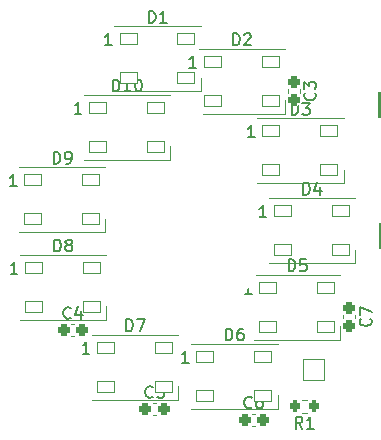
<source format=gbr>
%TF.GenerationSoftware,KiCad,Pcbnew,(6.0.9)*%
%TF.CreationDate,2023-04-01T12:44:57-08:00*%
%TF.ProjectId,FIRE TEST PANEL,46495245-2054-4455-9354-2050414e454c,3*%
%TF.SameCoordinates,Original*%
%TF.FileFunction,Legend,Top*%
%TF.FilePolarity,Positive*%
%FSLAX46Y46*%
G04 Gerber Fmt 4.6, Leading zero omitted, Abs format (unit mm)*
G04 Created by KiCad (PCBNEW (6.0.9)) date 2023-04-01 12:44:57*
%MOMM*%
%LPD*%
G01*
G04 APERTURE LIST*
G04 Aperture macros list*
%AMRoundRect*
0 Rectangle with rounded corners*
0 $1 Rounding radius*
0 $2 $3 $4 $5 $6 $7 $8 $9 X,Y pos of 4 corners*
0 Add a 4 corners polygon primitive as box body*
4,1,4,$2,$3,$4,$5,$6,$7,$8,$9,$2,$3,0*
0 Add four circle primitives for the rounded corners*
1,1,$1+$1,$2,$3*
1,1,$1+$1,$4,$5*
1,1,$1+$1,$6,$7*
1,1,$1+$1,$8,$9*
0 Add four rect primitives between the rounded corners*
20,1,$1+$1,$2,$3,$4,$5,0*
20,1,$1+$1,$4,$5,$6,$7,0*
20,1,$1+$1,$6,$7,$8,$9,0*
20,1,$1+$1,$8,$9,$2,$3,0*%
G04 Aperture macros list end*
%ADD10C,0.150000*%
%ADD11C,0.120000*%
%ADD12RoundRect,0.050000X-0.900000X-0.900000X0.900000X-0.900000X0.900000X0.900000X-0.900000X0.900000X0*%
%ADD13C,1.900000*%
%ADD14RoundRect,0.300001X-1.399999X1.099999X-1.399999X-1.099999X1.399999X-1.099999X1.399999X1.099999X0*%
%ADD15O,3.400000X2.800000*%
%ADD16RoundRect,0.250000X0.200000X0.275000X-0.200000X0.275000X-0.200000X-0.275000X0.200000X-0.275000X0*%
%ADD17RoundRect,0.275000X-0.250000X0.225000X-0.250000X-0.225000X0.250000X-0.225000X0.250000X0.225000X0*%
%ADD18RoundRect,0.275000X-0.225000X-0.250000X0.225000X-0.250000X0.225000X0.250000X-0.225000X0.250000X0*%
%ADD19RoundRect,0.050000X-0.750000X-0.450000X0.750000X-0.450000X0.750000X0.450000X-0.750000X0.450000X0*%
%ADD20C,12.800000*%
%ADD21C,3.672000*%
%ADD22C,4.400000*%
G04 APERTURE END LIST*
D10*
%TO.C,R1*%
X144240333Y-116840380D02*
X143907000Y-116364190D01*
X143668904Y-116840380D02*
X143668904Y-115840380D01*
X144049857Y-115840380D01*
X144145095Y-115888000D01*
X144192714Y-115935619D01*
X144240333Y-116030857D01*
X144240333Y-116173714D01*
X144192714Y-116268952D01*
X144145095Y-116316571D01*
X144049857Y-116364190D01*
X143668904Y-116364190D01*
X145192714Y-116840380D02*
X144621285Y-116840380D01*
X144907000Y-116840380D02*
X144907000Y-115840380D01*
X144811761Y-115983238D01*
X144716523Y-116078476D01*
X144621285Y-116126095D01*
%TO.C,C7*%
X149991142Y-107527666D02*
X150038761Y-107575285D01*
X150086380Y-107718142D01*
X150086380Y-107813380D01*
X150038761Y-107956238D01*
X149943523Y-108051476D01*
X149848285Y-108099095D01*
X149657809Y-108146714D01*
X149514952Y-108146714D01*
X149324476Y-108099095D01*
X149229238Y-108051476D01*
X149134000Y-107956238D01*
X149086380Y-107813380D01*
X149086380Y-107718142D01*
X149134000Y-107575285D01*
X149181619Y-107527666D01*
X149086380Y-107194333D02*
X149086380Y-106527666D01*
X150086380Y-106956238D01*
%TO.C,C6*%
X139947333Y-115035142D02*
X139899714Y-115082761D01*
X139756857Y-115130380D01*
X139661619Y-115130380D01*
X139518761Y-115082761D01*
X139423523Y-114987523D01*
X139375904Y-114892285D01*
X139328285Y-114701809D01*
X139328285Y-114558952D01*
X139375904Y-114368476D01*
X139423523Y-114273238D01*
X139518761Y-114178000D01*
X139661619Y-114130380D01*
X139756857Y-114130380D01*
X139899714Y-114178000D01*
X139947333Y-114225619D01*
X140804476Y-114130380D02*
X140614000Y-114130380D01*
X140518761Y-114178000D01*
X140471142Y-114225619D01*
X140375904Y-114368476D01*
X140328285Y-114558952D01*
X140328285Y-114939904D01*
X140375904Y-115035142D01*
X140423523Y-115082761D01*
X140518761Y-115130380D01*
X140709238Y-115130380D01*
X140804476Y-115082761D01*
X140852095Y-115035142D01*
X140899714Y-114939904D01*
X140899714Y-114701809D01*
X140852095Y-114606571D01*
X140804476Y-114558952D01*
X140709238Y-114511333D01*
X140518761Y-114511333D01*
X140423523Y-114558952D01*
X140375904Y-114606571D01*
X140328285Y-114701809D01*
%TO.C,C5*%
X131550333Y-114136142D02*
X131502714Y-114183761D01*
X131359857Y-114231380D01*
X131264619Y-114231380D01*
X131121761Y-114183761D01*
X131026523Y-114088523D01*
X130978904Y-113993285D01*
X130931285Y-113802809D01*
X130931285Y-113659952D01*
X130978904Y-113469476D01*
X131026523Y-113374238D01*
X131121761Y-113279000D01*
X131264619Y-113231380D01*
X131359857Y-113231380D01*
X131502714Y-113279000D01*
X131550333Y-113326619D01*
X132455095Y-113231380D02*
X131978904Y-113231380D01*
X131931285Y-113707571D01*
X131978904Y-113659952D01*
X132074142Y-113612333D01*
X132312238Y-113612333D01*
X132407476Y-113659952D01*
X132455095Y-113707571D01*
X132502714Y-113802809D01*
X132502714Y-114040904D01*
X132455095Y-114136142D01*
X132407476Y-114183761D01*
X132312238Y-114231380D01*
X132074142Y-114231380D01*
X131978904Y-114183761D01*
X131931285Y-114136142D01*
%TO.C,C4*%
X124618333Y-107446142D02*
X124570714Y-107493761D01*
X124427857Y-107541380D01*
X124332619Y-107541380D01*
X124189761Y-107493761D01*
X124094523Y-107398523D01*
X124046904Y-107303285D01*
X123999285Y-107112809D01*
X123999285Y-106969952D01*
X124046904Y-106779476D01*
X124094523Y-106684238D01*
X124189761Y-106589000D01*
X124332619Y-106541380D01*
X124427857Y-106541380D01*
X124570714Y-106589000D01*
X124618333Y-106636619D01*
X125475476Y-106874714D02*
X125475476Y-107541380D01*
X125237380Y-106493761D02*
X124999285Y-107208047D01*
X125618333Y-107208047D01*
%TO.C,C3*%
X145282142Y-88418866D02*
X145329761Y-88466485D01*
X145377380Y-88609342D01*
X145377380Y-88704580D01*
X145329761Y-88847438D01*
X145234523Y-88942676D01*
X145139285Y-88990295D01*
X144948809Y-89037914D01*
X144805952Y-89037914D01*
X144615476Y-88990295D01*
X144520238Y-88942676D01*
X144425000Y-88847438D01*
X144377380Y-88704580D01*
X144377380Y-88609342D01*
X144425000Y-88466485D01*
X144472619Y-88418866D01*
X144377380Y-88085533D02*
X144377380Y-87466485D01*
X144758333Y-87799819D01*
X144758333Y-87656961D01*
X144805952Y-87561723D01*
X144853571Y-87514104D01*
X144948809Y-87466485D01*
X145186904Y-87466485D01*
X145282142Y-87514104D01*
X145329761Y-87561723D01*
X145377380Y-87656961D01*
X145377380Y-87942676D01*
X145329761Y-88037914D01*
X145282142Y-88085533D01*
%TO.C,D10*%
X128173714Y-88290780D02*
X128173714Y-87290780D01*
X128411809Y-87290780D01*
X128554666Y-87338400D01*
X128649904Y-87433638D01*
X128697523Y-87528876D01*
X128745142Y-87719352D01*
X128745142Y-87862209D01*
X128697523Y-88052685D01*
X128649904Y-88147923D01*
X128554666Y-88243161D01*
X128411809Y-88290780D01*
X128173714Y-88290780D01*
X129697523Y-88290780D02*
X129126095Y-88290780D01*
X129411809Y-88290780D02*
X129411809Y-87290780D01*
X129316571Y-87433638D01*
X129221333Y-87528876D01*
X129126095Y-87576495D01*
X130316571Y-87290780D02*
X130411809Y-87290780D01*
X130507047Y-87338400D01*
X130554666Y-87386019D01*
X130602285Y-87481257D01*
X130649904Y-87671733D01*
X130649904Y-87909828D01*
X130602285Y-88100304D01*
X130554666Y-88195542D01*
X130507047Y-88243161D01*
X130411809Y-88290780D01*
X130316571Y-88290780D01*
X130221333Y-88243161D01*
X130173714Y-88195542D01*
X130126095Y-88100304D01*
X130078476Y-87909828D01*
X130078476Y-87671733D01*
X130126095Y-87481257D01*
X130173714Y-87386019D01*
X130221333Y-87338400D01*
X130316571Y-87290780D01*
X125523714Y-90190780D02*
X124952285Y-90190780D01*
X125238000Y-90190780D02*
X125238000Y-89190780D01*
X125142761Y-89333638D01*
X125047523Y-89428876D01*
X124952285Y-89476495D01*
%TO.C,D9*%
X123174904Y-94411980D02*
X123174904Y-93411980D01*
X123413000Y-93411980D01*
X123555857Y-93459600D01*
X123651095Y-93554838D01*
X123698714Y-93650076D01*
X123746333Y-93840552D01*
X123746333Y-93983409D01*
X123698714Y-94173885D01*
X123651095Y-94269123D01*
X123555857Y-94364361D01*
X123413000Y-94411980D01*
X123174904Y-94411980D01*
X124222523Y-94411980D02*
X124413000Y-94411980D01*
X124508238Y-94364361D01*
X124555857Y-94316742D01*
X124651095Y-94173885D01*
X124698714Y-93983409D01*
X124698714Y-93602457D01*
X124651095Y-93507219D01*
X124603476Y-93459600D01*
X124508238Y-93411980D01*
X124317761Y-93411980D01*
X124222523Y-93459600D01*
X124174904Y-93507219D01*
X124127285Y-93602457D01*
X124127285Y-93840552D01*
X124174904Y-93935790D01*
X124222523Y-93983409D01*
X124317761Y-94031028D01*
X124508238Y-94031028D01*
X124603476Y-93983409D01*
X124651095Y-93935790D01*
X124698714Y-93840552D01*
X120048714Y-96311980D02*
X119477285Y-96311980D01*
X119763000Y-96311980D02*
X119763000Y-95311980D01*
X119667761Y-95454838D01*
X119572523Y-95550076D01*
X119477285Y-95597695D01*
%TO.C,D8*%
X123225904Y-101828380D02*
X123225904Y-100828380D01*
X123464000Y-100828380D01*
X123606857Y-100876000D01*
X123702095Y-100971238D01*
X123749714Y-101066476D01*
X123797333Y-101256952D01*
X123797333Y-101399809D01*
X123749714Y-101590285D01*
X123702095Y-101685523D01*
X123606857Y-101780761D01*
X123464000Y-101828380D01*
X123225904Y-101828380D01*
X124368761Y-101256952D02*
X124273523Y-101209333D01*
X124225904Y-101161714D01*
X124178285Y-101066476D01*
X124178285Y-101018857D01*
X124225904Y-100923619D01*
X124273523Y-100876000D01*
X124368761Y-100828380D01*
X124559238Y-100828380D01*
X124654476Y-100876000D01*
X124702095Y-100923619D01*
X124749714Y-101018857D01*
X124749714Y-101066476D01*
X124702095Y-101161714D01*
X124654476Y-101209333D01*
X124559238Y-101256952D01*
X124368761Y-101256952D01*
X124273523Y-101304571D01*
X124225904Y-101352190D01*
X124178285Y-101447428D01*
X124178285Y-101637904D01*
X124225904Y-101733142D01*
X124273523Y-101780761D01*
X124368761Y-101828380D01*
X124559238Y-101828380D01*
X124654476Y-101780761D01*
X124702095Y-101733142D01*
X124749714Y-101637904D01*
X124749714Y-101447428D01*
X124702095Y-101352190D01*
X124654476Y-101304571D01*
X124559238Y-101256952D01*
X120099714Y-103728380D02*
X119528285Y-103728380D01*
X119814000Y-103728380D02*
X119814000Y-102728380D01*
X119718761Y-102871238D01*
X119623523Y-102966476D01*
X119528285Y-103014095D01*
%TO.C,D7*%
X129321904Y-108585380D02*
X129321904Y-107585380D01*
X129560000Y-107585380D01*
X129702857Y-107633000D01*
X129798095Y-107728238D01*
X129845714Y-107823476D01*
X129893333Y-108013952D01*
X129893333Y-108156809D01*
X129845714Y-108347285D01*
X129798095Y-108442523D01*
X129702857Y-108537761D01*
X129560000Y-108585380D01*
X129321904Y-108585380D01*
X130226666Y-107585380D02*
X130893333Y-107585380D01*
X130464761Y-108585380D01*
X126195714Y-110485380D02*
X125624285Y-110485380D01*
X125910000Y-110485380D02*
X125910000Y-109485380D01*
X125814761Y-109628238D01*
X125719523Y-109723476D01*
X125624285Y-109771095D01*
%TO.C,D6*%
X137742904Y-109372380D02*
X137742904Y-108372380D01*
X137981000Y-108372380D01*
X138123857Y-108420000D01*
X138219095Y-108515238D01*
X138266714Y-108610476D01*
X138314333Y-108800952D01*
X138314333Y-108943809D01*
X138266714Y-109134285D01*
X138219095Y-109229523D01*
X138123857Y-109324761D01*
X137981000Y-109372380D01*
X137742904Y-109372380D01*
X139171476Y-108372380D02*
X138981000Y-108372380D01*
X138885761Y-108420000D01*
X138838142Y-108467619D01*
X138742904Y-108610476D01*
X138695285Y-108800952D01*
X138695285Y-109181904D01*
X138742904Y-109277142D01*
X138790523Y-109324761D01*
X138885761Y-109372380D01*
X139076238Y-109372380D01*
X139171476Y-109324761D01*
X139219095Y-109277142D01*
X139266714Y-109181904D01*
X139266714Y-108943809D01*
X139219095Y-108848571D01*
X139171476Y-108800952D01*
X139076238Y-108753333D01*
X138885761Y-108753333D01*
X138790523Y-108800952D01*
X138742904Y-108848571D01*
X138695285Y-108943809D01*
X134616714Y-111272380D02*
X134045285Y-111272380D01*
X134331000Y-111272380D02*
X134331000Y-110272380D01*
X134235761Y-110415238D01*
X134140523Y-110510476D01*
X134045285Y-110558095D01*
%TO.C,D5*%
X143064904Y-103505380D02*
X143064904Y-102505380D01*
X143303000Y-102505380D01*
X143445857Y-102553000D01*
X143541095Y-102648238D01*
X143588714Y-102743476D01*
X143636333Y-102933952D01*
X143636333Y-103076809D01*
X143588714Y-103267285D01*
X143541095Y-103362523D01*
X143445857Y-103457761D01*
X143303000Y-103505380D01*
X143064904Y-103505380D01*
X144541095Y-102505380D02*
X144064904Y-102505380D01*
X144017285Y-102981571D01*
X144064904Y-102933952D01*
X144160142Y-102886333D01*
X144398238Y-102886333D01*
X144493476Y-102933952D01*
X144541095Y-102981571D01*
X144588714Y-103076809D01*
X144588714Y-103314904D01*
X144541095Y-103410142D01*
X144493476Y-103457761D01*
X144398238Y-103505380D01*
X144160142Y-103505380D01*
X144064904Y-103457761D01*
X144017285Y-103410142D01*
X139938714Y-105405380D02*
X139367285Y-105405380D01*
X139653000Y-105405380D02*
X139653000Y-104405380D01*
X139557761Y-104548238D01*
X139462523Y-104643476D01*
X139367285Y-104691095D01*
%TO.C,D4*%
X144295904Y-97028380D02*
X144295904Y-96028380D01*
X144534000Y-96028380D01*
X144676857Y-96076000D01*
X144772095Y-96171238D01*
X144819714Y-96266476D01*
X144867333Y-96456952D01*
X144867333Y-96599809D01*
X144819714Y-96790285D01*
X144772095Y-96885523D01*
X144676857Y-96980761D01*
X144534000Y-97028380D01*
X144295904Y-97028380D01*
X145724476Y-96361714D02*
X145724476Y-97028380D01*
X145486380Y-95980761D02*
X145248285Y-96695047D01*
X145867333Y-96695047D01*
X141169714Y-98928380D02*
X140598285Y-98928380D01*
X140884000Y-98928380D02*
X140884000Y-97928380D01*
X140788761Y-98071238D01*
X140693523Y-98166476D01*
X140598285Y-98214095D01*
%TO.C,D3*%
X143330904Y-90271980D02*
X143330904Y-89271980D01*
X143569000Y-89271980D01*
X143711857Y-89319600D01*
X143807095Y-89414838D01*
X143854714Y-89510076D01*
X143902333Y-89700552D01*
X143902333Y-89843409D01*
X143854714Y-90033885D01*
X143807095Y-90129123D01*
X143711857Y-90224361D01*
X143569000Y-90271980D01*
X143330904Y-90271980D01*
X144235666Y-89271980D02*
X144854714Y-89271980D01*
X144521380Y-89652933D01*
X144664238Y-89652933D01*
X144759476Y-89700552D01*
X144807095Y-89748171D01*
X144854714Y-89843409D01*
X144854714Y-90081504D01*
X144807095Y-90176742D01*
X144759476Y-90224361D01*
X144664238Y-90271980D01*
X144378523Y-90271980D01*
X144283285Y-90224361D01*
X144235666Y-90176742D01*
X140204714Y-92171980D02*
X139633285Y-92171980D01*
X139919000Y-92171980D02*
X139919000Y-91171980D01*
X139823761Y-91314838D01*
X139728523Y-91410076D01*
X139633285Y-91457695D01*
%TO.C,D2*%
X138351904Y-84379180D02*
X138351904Y-83379180D01*
X138590000Y-83379180D01*
X138732857Y-83426800D01*
X138828095Y-83522038D01*
X138875714Y-83617276D01*
X138923333Y-83807752D01*
X138923333Y-83950609D01*
X138875714Y-84141085D01*
X138828095Y-84236323D01*
X138732857Y-84331561D01*
X138590000Y-84379180D01*
X138351904Y-84379180D01*
X139304285Y-83474419D02*
X139351904Y-83426800D01*
X139447142Y-83379180D01*
X139685238Y-83379180D01*
X139780476Y-83426800D01*
X139828095Y-83474419D01*
X139875714Y-83569657D01*
X139875714Y-83664895D01*
X139828095Y-83807752D01*
X139256666Y-84379180D01*
X139875714Y-84379180D01*
X135225714Y-86279180D02*
X134654285Y-86279180D01*
X134940000Y-86279180D02*
X134940000Y-85279180D01*
X134844761Y-85422038D01*
X134749523Y-85517276D01*
X134654285Y-85564895D01*
%TO.C,D1*%
X131228904Y-82473980D02*
X131228904Y-81473980D01*
X131467000Y-81473980D01*
X131609857Y-81521600D01*
X131705095Y-81616838D01*
X131752714Y-81712076D01*
X131800333Y-81902552D01*
X131800333Y-82045409D01*
X131752714Y-82235885D01*
X131705095Y-82331123D01*
X131609857Y-82426361D01*
X131467000Y-82473980D01*
X131228904Y-82473980D01*
X132752714Y-82473980D02*
X132181285Y-82473980D01*
X132467000Y-82473980D02*
X132467000Y-81473980D01*
X132371761Y-81616838D01*
X132276523Y-81712076D01*
X132181285Y-81759695D01*
X128102714Y-84373980D02*
X127531285Y-84373980D01*
X127817000Y-84373980D02*
X127817000Y-83373980D01*
X127721761Y-83516838D01*
X127626523Y-83612076D01*
X127531285Y-83659695D01*
D11*
%TO.C,R1*%
X144644258Y-114435500D02*
X144169742Y-114435500D01*
X144644258Y-115480500D02*
X144169742Y-115480500D01*
%TO.C,C7*%
X147694000Y-107220420D02*
X147694000Y-107501580D01*
X148714000Y-107220420D02*
X148714000Y-107501580D01*
%TO.C,C6*%
X139973420Y-116618000D02*
X140254580Y-116618000D01*
X139973420Y-115598000D02*
X140254580Y-115598000D01*
%TO.C,C5*%
X131576420Y-115719000D02*
X131857580Y-115719000D01*
X131576420Y-114699000D02*
X131857580Y-114699000D01*
%TO.C,C4*%
X124644420Y-109029000D02*
X124925580Y-109029000D01*
X124644420Y-108009000D02*
X124925580Y-108009000D01*
%TO.C,C3*%
X142985000Y-88111620D02*
X142985000Y-88392780D01*
X144005000Y-88111620D02*
X144005000Y-88392780D01*
%TO.C,D10*%
X125738000Y-88588400D02*
X133038000Y-88588400D01*
X125738000Y-94088400D02*
X133038000Y-94088400D01*
X133038000Y-94088400D02*
X133038000Y-92938400D01*
%TO.C,D9*%
X120263000Y-94709600D02*
X127563000Y-94709600D01*
X120263000Y-100209600D02*
X127563000Y-100209600D01*
X127563000Y-100209600D02*
X127563000Y-99059600D01*
%TO.C,D8*%
X120314000Y-102126000D02*
X127614000Y-102126000D01*
X120314000Y-107626000D02*
X127614000Y-107626000D01*
X127614000Y-107626000D02*
X127614000Y-106476000D01*
%TO.C,D7*%
X126410000Y-108883000D02*
X133710000Y-108883000D01*
X126410000Y-114383000D02*
X133710000Y-114383000D01*
X133710000Y-114383000D02*
X133710000Y-113233000D01*
%TO.C,D6*%
X134831000Y-109670000D02*
X142131000Y-109670000D01*
X134831000Y-115170000D02*
X142131000Y-115170000D01*
X142131000Y-115170000D02*
X142131000Y-114020000D01*
%TO.C,D5*%
X140153000Y-103803000D02*
X147453000Y-103803000D01*
X140153000Y-109303000D02*
X147453000Y-109303000D01*
X147453000Y-109303000D02*
X147453000Y-108153000D01*
%TO.C,D4*%
X141384000Y-97326000D02*
X148684000Y-97326000D01*
X141384000Y-102826000D02*
X148684000Y-102826000D01*
X148684000Y-102826000D02*
X148684000Y-101676000D01*
%TO.C,D3*%
X140419000Y-90569600D02*
X147719000Y-90569600D01*
X140419000Y-96069600D02*
X147719000Y-96069600D01*
X147719000Y-96069600D02*
X147719000Y-94919600D01*
%TO.C,D2*%
X135440000Y-84676800D02*
X142740000Y-84676800D01*
X135440000Y-90176800D02*
X142740000Y-90176800D01*
X142740000Y-90176800D02*
X142740000Y-89026800D01*
%TO.C,D1*%
X128317000Y-82771600D02*
X135617000Y-82771600D01*
X128317000Y-88271600D02*
X135617000Y-88271600D01*
X135617000Y-88271600D02*
X135617000Y-87121600D01*
%TD*%
%LPC*%
D12*
%TO.C,D11*%
X145250000Y-111839000D03*
D13*
X147790000Y-111839000D03*
%TD*%
D14*
%TO.C,J2*%
X152391000Y-100498000D03*
D15*
X152391000Y-104698000D03*
X157891000Y-100498000D03*
X157891000Y-104698000D03*
%TD*%
D14*
%TO.C,J1*%
X152341000Y-89448600D03*
D15*
X152341000Y-93648600D03*
X157841000Y-89448600D03*
X157841000Y-93648600D03*
%TD*%
D16*
%TO.C,R1*%
X145232000Y-114958000D03*
X143582000Y-114958000D03*
%TD*%
D17*
%TO.C,C7*%
X148204000Y-106586000D03*
X148204000Y-108136000D03*
%TD*%
D18*
%TO.C,C6*%
X139339000Y-116108000D03*
X140889000Y-116108000D03*
%TD*%
%TO.C,C5*%
X130942000Y-115209000D03*
X132492000Y-115209000D03*
%TD*%
%TO.C,C4*%
X124010000Y-108519000D03*
X125560000Y-108519000D03*
%TD*%
D17*
%TO.C,C3*%
X143495000Y-87477200D03*
X143495000Y-89027200D03*
%TD*%
D19*
%TO.C,D10*%
X126938000Y-89688400D03*
X126938000Y-92988400D03*
X131838000Y-92988400D03*
X131838000Y-89688400D03*
%TD*%
%TO.C,D9*%
X121463000Y-95809600D03*
X121463000Y-99109600D03*
X126363000Y-99109600D03*
X126363000Y-95809600D03*
%TD*%
%TO.C,D8*%
X121514000Y-103226000D03*
X121514000Y-106526000D03*
X126414000Y-106526000D03*
X126414000Y-103226000D03*
%TD*%
%TO.C,D7*%
X127610000Y-109983000D03*
X127610000Y-113283000D03*
X132510000Y-113283000D03*
X132510000Y-109983000D03*
%TD*%
%TO.C,D6*%
X136031000Y-110770000D03*
X136031000Y-114070000D03*
X140931000Y-114070000D03*
X140931000Y-110770000D03*
%TD*%
%TO.C,D5*%
X141353000Y-104903000D03*
X141353000Y-108203000D03*
X146253000Y-108203000D03*
X146253000Y-104903000D03*
%TD*%
%TO.C,D4*%
X142584000Y-98426000D03*
X142584000Y-101726000D03*
X147484000Y-101726000D03*
X147484000Y-98426000D03*
%TD*%
%TO.C,D3*%
X141619000Y-91669600D03*
X141619000Y-94969600D03*
X146519000Y-94969600D03*
X146519000Y-91669600D03*
%TD*%
%TO.C,D2*%
X136640000Y-85776800D03*
X136640000Y-89076800D03*
X141540000Y-89076800D03*
X141540000Y-85776800D03*
%TD*%
%TO.C,D1*%
X129517000Y-83871600D03*
X129517000Y-87171600D03*
X134417000Y-87171600D03*
X134417000Y-83871600D03*
%TD*%
D20*
%TO.C,1*%
X134542711Y-101156493D03*
D21*
X134542711Y-91631493D03*
D20*
X134542711Y-101156493D03*
%TD*%
D22*
%TO.C,3*%
X118921711Y-117666493D03*
%TD*%
%TO.C,2*%
X147623711Y-80074493D03*
%TD*%
M02*

</source>
